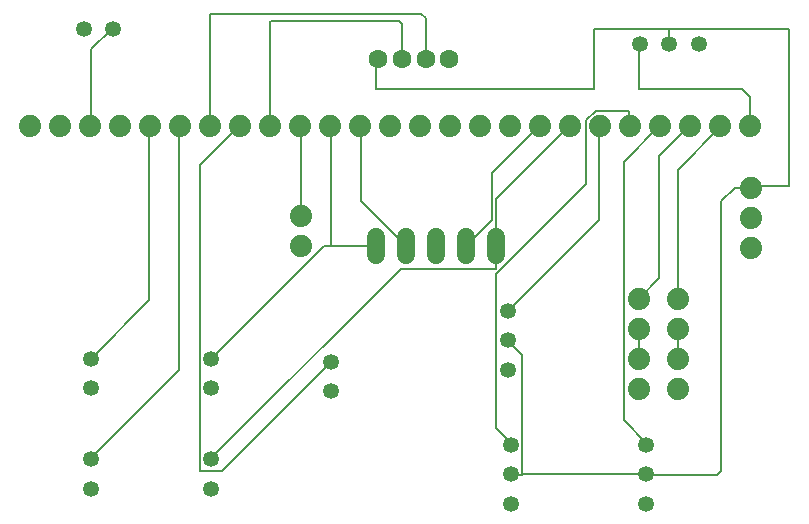
<source format=gbr>
G04 EAGLE Gerber RS-274X export*
G75*
%MOMM*%
%FSLAX34Y34*%
%LPD*%
%INTop Copper*%
%IPPOS*%
%AMOC8*
5,1,8,0,0,1.08239X$1,22.5*%
G01*
G04 Define Apertures*
%ADD10C,1.524000*%
%ADD11C,1.600000*%
%ADD12C,1.879600*%
%ADD13C,1.348000*%
%ADD14C,0.152400*%
D10*
X317500Y246380D02*
X317500Y261620D01*
X342900Y261620D02*
X342900Y246380D01*
X368300Y246380D02*
X368300Y261620D01*
X393700Y261620D02*
X393700Y246380D01*
X419100Y246380D02*
X419100Y261620D01*
D11*
X319250Y412750D03*
X339250Y412750D03*
X359250Y412750D03*
X379250Y412750D03*
D12*
X539750Y158750D03*
X539750Y133350D03*
X572770Y158750D03*
X572770Y133350D03*
X24692Y355600D03*
X50092Y355600D03*
X75492Y355600D03*
X100892Y355600D03*
X126292Y355600D03*
X151692Y355600D03*
X177092Y355600D03*
X202492Y355600D03*
X227892Y355600D03*
X253292Y355600D03*
X278692Y355600D03*
X304092Y355600D03*
X329492Y355600D03*
X354892Y355600D03*
X380292Y355600D03*
X405692Y355600D03*
X431092Y355600D03*
X456492Y355600D03*
X481892Y355600D03*
X507292Y355600D03*
X532692Y355600D03*
X558092Y355600D03*
X583492Y355600D03*
X608892Y355600D03*
X634292Y355600D03*
X635000Y252730D03*
X635000Y278130D03*
X635000Y303530D03*
X539750Y209550D03*
X539750Y184150D03*
X572770Y209550D03*
X572770Y184150D03*
X254000Y279400D03*
X254000Y254000D03*
D13*
X546100Y85950D03*
X546100Y60950D03*
X546100Y35950D03*
X429369Y199282D03*
X429412Y174282D03*
X429456Y149282D03*
X431800Y85950D03*
X431800Y60950D03*
X431800Y35950D03*
X590550Y425100D03*
X565550Y425100D03*
X540550Y425100D03*
X76200Y158750D03*
X76200Y133750D03*
X76200Y73650D03*
X76200Y48650D03*
X279400Y156200D03*
X279400Y131200D03*
X177800Y158750D03*
X177800Y133750D03*
X177800Y73650D03*
X177800Y48650D03*
X69850Y438150D03*
X94850Y438150D03*
D14*
X125413Y207963D02*
X76200Y158750D01*
X125413Y207963D02*
X125413Y355600D01*
X126292Y355600D01*
X150813Y149225D02*
X76200Y74613D01*
X150813Y149225D02*
X150813Y355600D01*
X76200Y74613D02*
X76200Y73650D01*
X150813Y355600D02*
X151692Y355600D01*
X279400Y155575D02*
X187325Y63500D01*
X168275Y63500D01*
X168275Y322263D01*
X201613Y355600D01*
X279400Y156200D02*
X279400Y155575D01*
X202492Y355600D02*
X201613Y355600D01*
X339250Y412750D02*
X339250Y441800D01*
X336550Y444500D01*
X228600Y444500D01*
X227892Y443792D01*
X227892Y355600D01*
X393700Y254000D02*
X415925Y276225D01*
X415925Y315913D01*
X455613Y355600D01*
X456492Y355600D01*
X338138Y234950D02*
X177800Y74613D01*
X338138Y234950D02*
X419100Y234950D01*
X419100Y254000D01*
X177800Y74613D02*
X177800Y73650D01*
X419100Y293688D02*
X481013Y355600D01*
X419100Y293688D02*
X419100Y254000D01*
X481013Y355600D02*
X481892Y355600D01*
X419100Y100013D02*
X431800Y87313D01*
X419100Y100013D02*
X419100Y230188D01*
X495300Y306388D01*
X495300Y360363D01*
X503238Y368300D01*
X531813Y368300D01*
X531813Y355600D01*
X431800Y87313D02*
X431800Y85950D01*
X531813Y355600D02*
X532692Y355600D01*
X557213Y227013D02*
X539750Y209550D01*
X557213Y227013D02*
X557213Y330200D01*
X582613Y355600D01*
X583492Y355600D01*
X93663Y438150D02*
X76200Y420688D01*
X76200Y355600D01*
X93663Y438150D02*
X94850Y438150D01*
X76200Y355600D02*
X75492Y355600D01*
X359250Y412750D02*
X359250Y447200D01*
X355600Y450850D01*
X177800Y450850D01*
X177092Y450142D01*
X177092Y355600D01*
X273050Y254000D02*
X177800Y158750D01*
X279400Y254000D02*
X317500Y254000D01*
X279400Y254000D02*
X273050Y254000D01*
X279400Y254000D02*
X279400Y355600D01*
X278692Y355600D01*
X304800Y292100D02*
X342900Y254000D01*
X304800Y292100D02*
X304800Y355600D01*
X304092Y355600D01*
X527050Y106363D02*
X546100Y87313D01*
X527050Y106363D02*
X527050Y325438D01*
X557213Y355600D01*
X546100Y87313D02*
X546100Y85950D01*
X557213Y355600D02*
X558092Y355600D01*
X572770Y318770D02*
X572770Y209550D01*
X572770Y318770D02*
X608892Y354892D01*
X608892Y355600D01*
X634292Y380121D02*
X627063Y387350D01*
X539750Y387350D01*
X539750Y424300D01*
X540550Y425100D01*
X634292Y380121D02*
X634292Y355600D01*
X254000Y355600D02*
X254000Y279400D01*
X254000Y355600D02*
X253292Y355600D01*
X430213Y200025D02*
X506413Y276225D01*
X506413Y355600D01*
X430213Y200025D02*
X429369Y199282D01*
X506413Y355600D02*
X507292Y355600D01*
X430213Y173038D02*
X441325Y161925D01*
X441325Y60325D01*
X430213Y173038D02*
X429412Y174282D01*
X636270Y304800D02*
X666750Y304800D01*
X666750Y438150D01*
X636270Y304800D02*
X635000Y303530D01*
X621030Y303530D01*
X609600Y292100D01*
X609600Y63500D01*
X606425Y60325D01*
X317500Y387350D02*
X317500Y411000D01*
X319250Y412750D01*
X565150Y438150D02*
X666750Y438150D01*
X565150Y438150D02*
X501650Y438150D01*
X501650Y387350D01*
X317500Y387350D01*
X565150Y425500D02*
X565550Y425100D01*
X565150Y425500D02*
X565150Y438150D01*
X546725Y60325D02*
X606425Y60325D01*
X546725Y60325D02*
X546100Y60950D01*
X441950Y60950D01*
X441325Y60325D01*
X432425Y60325D01*
X431800Y60950D01*
X539750Y158750D02*
X539750Y184150D01*
X573088Y184150D02*
X573088Y158750D01*
X572770Y158750D01*
X572770Y184150D02*
X573088Y184150D01*
M02*

</source>
